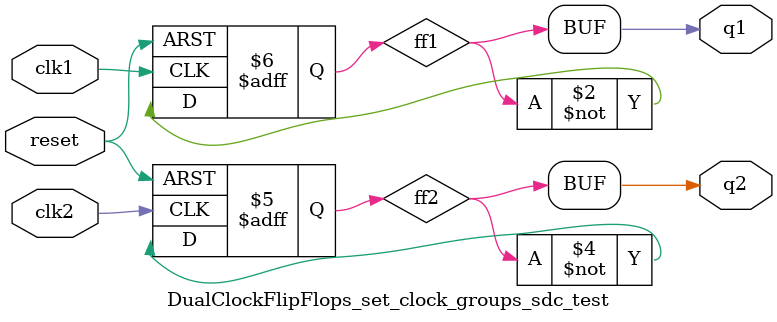
<source format=v>
module DualClockFlipFlops_set_clock_groups_sdc_test (
input wire clk1,
input wire clk2,
input wire reset,
output wire q1,
output wire q2
);

reg ff1, ff2;

always @(posedge clk1 or posedge reset) begin
if (reset)
    ff1 <= 1'b0;
else
    ff1 <= ~ff1;
end

always @(posedge clk2 or posedge reset) begin
if (reset)
    ff2 <= 1'b0;
else
    ff2 <= ~ff2;
end

assign q1 = ff1;
assign q2 = ff2;

endmodule
</source>
